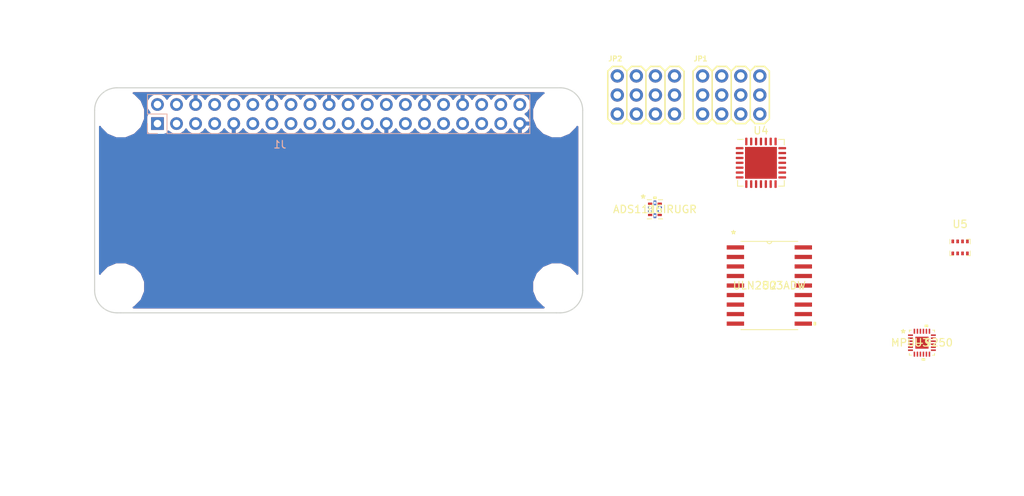
<source format=kicad_pcb>
(kicad_pcb (version 20211014) (generator pcbnew)
  (title_block (title "ArduPi") (date "2022-05-31") (rev "0.1") (comment 1 "This is based of OPAL reference design"))
  (layers (0 "F.Cu" signal) (31 "B.Cu" signal) (34 "B.Paste" user) (35 "F.Paste" user) (36 "B.SilkS" user "B.Silkscreen") (37 "F.SilkS" user "F.Silkscreen") (38 "B.Mask" user) (39 "F.Mask" user) (44 "Edge.Cuts" user))
  (net 0 "")
  (net 1 "+3V3")
  (net 2 "+5V")
  (net 3 "/GPIO2_SDA1")
  (net 4 "/GPIO3_SCL1")
  (net 5 "GND")
  (net 6 "/GPIO4_GPIO_GCLK")
  (net 7 "/GPIO14_TXD0")
  (net 8 "/GPIO15_RXD0")
  (net 9 "/GPIO17_GEN0")
  (net 10 "/GPIO18_GEN1")
  (net 11 "/GPIO27_GEN2")
  (net 12 "/GPIO22_GEN3")
  (net 13 "/GPIO23_GEN4")
  (net 14 "/GPIO24_GEN5")
  (net 15 "/GPIO10_SPI_MOSI")
  (net 16 "/GPIO9_SPI_MISO")
  (net 17 "/GPIO25_GEN6")
  (net 18 "/GPIO11_SPI_SCLK")
  (net 19 "/GPIO8_SPI_CE0_N")
  (net 20 "/GPIO7_SPI_CE1_N")
  (net 21 "/ID_SD")
  (net 22 "/ID_SC")
  (net 23 "/GPIO5")
  (net 24 "/GPIO6")
  (net 25 "/GPIO12")
  (net 26 "/GPIO13")
  (net 27 "/GPIO19")
  (net 28 "/GPIO16")
  (net 29 "/GPIO26")
  (net 30 "/GPIO20")
  (net 31 "/GPIO21")
  (net 50 "Net-(U3-Pad1)")
  (net 57 "Net-(U3-Pad18)")
  (footprint "lib:MountingHole_2.7mm_M2.5_uHAT_RPi" (layer "F.Cu") (at 121.032 94.568)
    (fp_text reference "H1" hide)
    (fp_text value "MountingHole" hide)
    (pad "" np_thru_hole circle locked (at 0 0) (size 2.7 2.7) (drill 2.7) (layers *.Cu *.Mask) (clearance 1.75))
  )
  (footprint "lib:MountingHole_2.7mm_M2.5_uHAT_RPi" (layer "F.Cu") (at 179.032 94.568)
    (fp_text reference "H2" hide)
    (fp_text value "MountingHole" hide)
    (pad "" np_thru_hole circle locked (at 0 0) (size 2.7 2.7) (drill 2.7) (layers *.Cu *.Mask) (clearance 1.75))
  )
  (footprint "lib:MountingHole_2.7mm_M2.5_uHAT_RPi" (layer "F.Cu") (at 179.032 117.568)
    (fp_text reference "H3" hide)
    (fp_text value "MountingHole" hide)
    (pad "" np_thru_hole circle locked (at 0 0) (size 2.7 2.7) (drill 2.7) (layers *.Cu *.Mask) (clearance 1.75))
  )
  (footprint "lib:MountingHole_2.7mm_M2.5_uHAT_RPi" (layer "F.Cu") (at 121.032 117.568)
    (fp_text reference "H4" hide)
    (fp_text value "MountingHole" hide)
    (pad "" np_thru_hole circle locked (at 0 0) (size 2.7 2.7) (drill 2.7) (layers *.Cu *.Mask) (clearance 1.75))
  )
  (footprint "mpu9250:mpu9250" (layer "F.Cu") (at 227.712 125.048)
    (fp_text reference "U3" (at 0 0) (layer "F.SilkS"))
    (fp_text value "MPU-9250" (at 0 0) (layer "F.SilkS"))
    (fp_text user "*" (at -2.4892 -1.2) (layer "F.SilkS"))
    (fp_text user "*" (at -2.4892 -1.2) (layer "F.SilkS"))
    (fp_line (start 1.6764 -1.6764) (end 1.434341 -1.6764) (layer "F.SilkS") (width 0.12))
    (fp_line (start 1.6764 1.6764) (end 1.6764 1.434341) (layer "F.SilkS") (width 0.12))
    (fp_line (start -1.6764 1.434341) (end -1.6764 1.6764) (layer "F.SilkS") (width 0.12))
    (fp_line (start -1.434341 -1.6764) (end -1.6764 -1.6764) (layer "F.SilkS") (width 0.12))
    (fp_line (start -1.6764 -1.6764) (end -1.6764 -1.434341) (layer "F.SilkS") (width 0.12))
    (fp_line (start -1.6764 1.6764) (end -1.434341 1.6764) (layer "F.SilkS") (width 0.12))
    (fp_line (start 1.434341 1.6764) (end 1.6764 1.6764) (layer "F.SilkS") (width 0.12))
    (fp_line (start 1.6764 -1.434341) (end 1.6764 -1.6764) (layer "F.SilkS") (width 0.12))
    (fp_poly (pts (xy 0.0095 2.1082) (xy 0.0095 2.3622) (xy 0.3905 2.3622) (xy 0.3905 2.1082)) (layer "F.SilkS") (width 0.1) (fill solid))
    (fp_poly (pts (xy 0.409499 -2.1082) (xy 0.409499 -2.3622) (xy 0.790499 -2.3622) (xy 0.790499 -2.1082)) (layer "F.SilkS") (width 0.1) (fill solid))
    (pad "1" smd rect locked (at -1.524 -1.000001 90) (size 0.2032 0.6604) (layers "F.Cu" "F.Paste" "F.Mask") (net 50 "Net-(U3-Pad1)"))
    (pad "2" smd rect locked (at -1.524 -0.599999 90) (size 0.2032 0.6604) (layers "F.Cu" "F.Paste" "F.Mask"))
    (pad "3" smd rect locked (at -1.524 -0.2 90) (size 0.2032 0.6604) (layers "F.Cu" "F.Paste" "F.Mask"))
    (pad "4" smd rect locked (at -1.524 0.2 90) (size 0.2032 0.6604) (layers "F.Cu" "F.Paste" "F.Mask"))
    (pad "5" smd rect locked (at -1.524 0.599999 90) (size 0.2032 0.6604) (layers "F.Cu" "F.Paste" "F.Mask"))
    (pad "6" smd rect locked (at -1.524 1.000001 90) (size 0.2032 0.6604) (layers "F.Cu" "F.Paste" "F.Mask"))
    (pad "7" smd rect locked (at -1.000001 1.524) (size 0.2032 0.6604) (layers "F.Cu" "F.Paste" "F.Mask"))
    (pad "8" smd rect locked (at -0.599999 1.524) (size 0.2032 0.6604) (layers "F.Cu" "F.Paste" "F.Mask") (net 50 "Net-(U3-Pad1)"))
    (pad "9" smd rect locked (at -0.2 1.524) (size 0.2032 0.6604) (layers "F.Cu" "F.Paste" "F.Mask"))
    (pad "10" smd rect locked (at 0.2 1.524) (size 0.2032 0.6604) (layers "F.Cu" "F.Paste" "F.Mask"))
    (pad "11" smd rect locked (at 0.599999 1.524) (size 0.2032 0.6604) (layers "F.Cu" "F.Paste" "F.Mask"))
    (pad "12" smd rect locked (at 1.000001 1.524) (size 0.2032 0.6604) (layers "F.Cu" "F.Paste" "F.Mask"))
    (pad "13" smd rect locked (at 1.524 1.000001 90) (size 0.2032 0.6604) (layers "F.Cu" "F.Paste" "F.Mask"))
    (pad "14" smd rect locked (at 1.524 0.599999 90) (size 0.2032 0.6604) (layers "F.Cu" "F.Paste" "F.Mask"))
    (pad "15" smd rect locked (at 1.524 0.2 90) (size 0.2032 0.6604) (layers "F.Cu" "F.Paste" "F.Mask"))
    (pad "16" smd rect locked (at 1.524 -0.2 90) (size 0.2032 0.6604) (layers "F.Cu" "F.Paste" "F.Mask"))
    (pad "17" smd rect locked (at 1.524 -0.599999 90) (size 0.2032 0.6604) (layers "F.Cu" "F.Paste" "F.Mask"))
    (pad "18" smd rect locked (at 1.524 -1.000001 90) (size 0.2032 0.6604) (layers "F.Cu" "F.Paste" "F.Mask") (net 57 "Net-(U3-Pad18)"))
    (pad "19" smd rect locked (at 1.000001 -1.524) (size 0.2032 0.6604) (layers "F.Cu" "F.Paste" "F.Mask"))
    (pad "20" smd rect locked (at 0.599999 -1.524) (size 0.2032 0.6604) (layers "F.Cu" "F.Paste" "F.Mask") (net 57 "Net-(U3-Pad18)"))
    (pad "21" smd rect locked (at 0.2 -1.524) (size 0.2032 0.6604) (layers "F.Cu" "F.Paste" "F.Mask"))
    (pad "22" smd rect locked (at -0.2 -1.524) (size 0.2032 0.6604) (layers "F.Cu" "F.Paste" "F.Mask"))
    (pad "23" smd rect locked (at -0.599999 -1.524) (size 0.2032 0.6604) (layers "F.Cu" "F.Paste" "F.Mask"))
    (pad "24" smd rect locked (at -1.000001 -1.524) (size 0.2032 0.6604) (layers "F.Cu" "F.Paste" "F.Mask"))
    (pad "25" smd rect locked (at 0 0) (size 1.7526 1.6002) (layers "F.Cu" "F.Paste" "F.Mask"))
  )
  (footprint "uln2803ADW:ULN2803ADW" (layer "F.Cu") (at 207.392 117.428)
    (fp_text reference "U2" (at 0 0) (layer "F.SilkS"))
    (fp_text value "ULN2803ADW" (at 0 0) (layer "F.SilkS"))
    (fp_text user "*" (at -4.7752 -6.7818) (layer "F.SilkS"))
    (fp_text user "*" (at -4.7752 -6.7818) (layer "F.SilkS"))
    (fp_line (start 3.7973 -5.8801) (end -3.7973 -5.8801) (layer "F.SilkS") (width 0.12))
    (fp_line (start -3.7973 5.8801) (end 3.7973 5.8801) (layer "F.SilkS") (width 0.12))
    (fp_arc (start 0.3048 -5.8801) (mid 0 -5.5753) (end -0.3048 -5.8801) (layer "F.SilkS") (width 0.12))
    (fp_poly (pts (xy 6.1849 4.8895) (xy 6.1849 5.2705) (xy 5.9309 5.2705) (xy 5.9309 4.8895)) (layer "F.SilkS") (width 0.1) (fill solid))
    (pad "1" smd rect locked (at -4.5212 -5.08) (size 2.3114 0.5588) (layers "F.Cu" "F.Paste" "F.Mask"))
    (pad "2" smd rect locked (at -4.5212 -3.81) (size 2.3114 0.5588) (layers "F.Cu" "F.Paste" "F.Mask"))
    (pad "3" smd rect locked (at -4.5212 -2.54) (size 2.3114 0.5588) (layers "F.Cu" "F.Paste" "F.Mask"))
    (pad "4" smd rect locked (at -4.5212 -1.27) (size 2.3114 0.5588) (layers "F.Cu" "F.Paste" "F.Mask"))
    (pad "5" smd rect locked (at -4.5212 0) (size 2.3114 0.5588) (layers "F.Cu" "F.Paste" "F.Mask"))
    (pad "6" smd rect locked (at -4.5212 1.27) (size 2.3114 0.5588) (layers "F.Cu" "F.Paste" "F.Mask"))
    (pad "7" smd rect locked (at -4.5212 2.54) (size 2.3114 0.5588) (layers "F.Cu" "F.Paste" "F.Mask"))
    (pad "8" smd rect locked (at -4.5212 3.81) (size 2.3114 0.5588) (layers "F.Cu" "F.Paste" "F.Mask"))
    (pad "9" smd rect locked (at -4.5212 5.08) (size 2.3114 0.5588) (layers "F.Cu" "F.Paste" "F.Mask"))
    (pad "10" smd rect locked (at 4.5212 5.08) (size 2.3114 0.5588) (layers "F.Cu" "F.Paste" "F.Mask"))
    (pad "11" smd rect locked (at 4.5212 3.81) (size 2.3114 0.5588) (layers "F.Cu" "F.Paste" "F.Mask"))
    (pad "12" smd rect locked (at 4.5212 2.54) (size 2.3114 0.5588) (layers "F.Cu" "F.Paste" "F.Mask"))
    (pad "13" smd rect locked (at 4.5212 1.27) (size 2.3114 0.5588) (layers "F.Cu" "F.Paste" "F.Mask"))
    (pad "14" smd rect locked (at 4.5212 0) (size 2.3114 0.5588) (layers "F.Cu" "F.Paste" "F.Mask"))
    (pad "15" smd rect locked (at 4.5212 -1.27) (size 2.3114 0.5588) (layers "F.Cu" "F.Paste" "F.Mask"))
    (pad "16" smd rect locked (at 4.5212 -2.54) (size 2.3114 0.5588) (layers "F.Cu" "F.Paste" "F.Mask"))
    (pad "17" smd rect locked (at 4.5212 -3.81) (size 2.3114 0.5588) (layers "F.Cu" "F.Paste" "F.Mask"))
    (pad "18" smd rect locked (at 4.5212 -5.08) (size 2.3114 0.5588) (layers "F.Cu" "F.Paste" "F.Mask"))
  )
  (footprint "Adafruit PCA9685 rev C:3X04" (layer "F.Cu") (at 190.952 92.028)
    (fp_text reference "JP2" (at -5.08 -4.445) (layer "F.SilkS") (effects (font (size 0.666496 0.666496) (thickness 0.146304)) (justify left bottom)))
    (fp_text value "HEADER-3X04")
    (fp_line (start 0 3.175) (end 0.635 3.81) (layer "F.SilkS") (width 0.2032))
    (fp_line (start -5.08 3.175) (end -5.08 -3.175) (layer "F.SilkS") (width 0.2032))
    (fp_line (start 0 -3.175) (end 0.635 -3.81) (layer "F.SilkS") (width 0.2032))
    (fp_line (start -1.905 -3.81) (end -0.635 -3.81) (layer "F.SilkS") (width 0.2032))
    (fp_line (start -3.175 -3.81) (end -2.54 -3.175) (layer "F.SilkS") (width 0.2032))
    (fp_line (start 0 -3.175) (end 0 3.175) (layer "F.SilkS") (width 0.2032))
    (fp_line (start -4.445 -3.81) (end -3.175 -3.81) (layer "F.SilkS") (width 0.2032))
    (fp_line (start -2.54 -3.175) (end -2.54 3.175) (layer "F.SilkS") (width 0.2032))
    (fp_line (start -4.445 3.81) (end -3.175 3.81) (layer "F.SilkS") (width 0.2032))
    (fp_line (start -0.635 3.81) (end 0 3.175) (layer "F.SilkS") (width 0.2032))
    (fp_line (start 2.54 3.175) (end 3.175 3.81) (layer "F.SilkS") (width 0.2032))
    (fp_line (start 0.635 -3.81) (end 1.905 -3.81) (layer "F.SilkS") (width 0.2032))
    (fp_line (start -2.54 -3.175) (end -1.905 -3.81) (layer "F.SilkS") (width 0.2032))
    (fp_line (start -0.635 -3.81) (end 0 -3.175) (layer "F.SilkS") (width 0.2032))
    (fp_line (start 1.905 -3.81) (end 2.54 -3.175) (layer "F.SilkS") (width 0.2032))
    (fp_line (start 5.08 -3.175) (end 5.08 3.175) (layer "F.SilkS") (width 0.2032))
    (fp_line (start 1.905 3.81) (end 2.54 3.175) (layer "F.SilkS") (width 0.2032))
    (fp_line (start -3.175 3.81) (end -2.54 3.175) (layer "F.SilkS") (width 0.2032))
    (fp_line (start 4.445 3.81) (end 5.08 3.175) (layer "F.SilkS") (width 0.2032))
    (fp_line (start 3.175 3.81) (end 4.445 3.81) (layer "F.SilkS") (width 0.2032))
    (fp_line (start 3.175 -3.81) (end 4.445 -3.81) (layer "F.SilkS") (width 0.2032))
    (fp_line (start -5.08 3.175) (end -4.445 3.81) (layer "F.SilkS") (width 0.2032))
    (fp_line (start 2.54 -3.175) (end 2.54 3.175) (layer "F.SilkS") (width 0.2032))
    (fp_line (start 4.445 -3.81) (end 5.08 -3.175) (layer "F.SilkS") (width 0.2032))
    (fp_line (start 0.635 3.81) (end 1.905 3.81) (layer "F.SilkS") (width 0.2032))
    (fp_line (start -1.905 3.81) (end -0.635 3.81) (layer "F.SilkS") (width 0.2032))
    (fp_line (start -2.54 3.175) (end -1.905 3.81) (layer "F.SilkS") (width 0.2032))
    (fp_line (start 2.54 -3.175) (end 3.175 -3.81) (layer "F.SilkS") (width 0.2032))
    (fp_line (start -5.08 -3.175) (end -4.445 -3.81) (layer "F.SilkS") (width 0.2032))
    (pad "1" thru_hole circle (at -3.81 2.54) (size 1.778 1.778) (drill 1) (layers *.Cu *.Mask))
    (pad "2" thru_hole circle (at -3.81 0) (size 1.778 1.778) (drill 1) (layers *.Cu *.Mask))
    (pad "3" thru_hole circle (at -3.81 -2.54) (size 1.778 1.778) (drill 1) (layers *.Cu *.Mask))
    (pad "4" thru_hole circle (at -1.27 2.54) (size 1.778 1.778) (drill 1) (layers *.Cu *.Mask))
    (pad "5" thru_hole circle (at -1.27 0) (size 1.778 1.778) (drill 1) (layers *.Cu *.Mask))
    (pad "6" thru_hole circle (at -1.27 -2.54) (size 1.778 1.778) (drill 1) (layers *.Cu *.Mask))
    (pad "7" thru_hole circle (at 1.27 2.54) (size 1.778 1.778) (drill 1) (layers *.Cu *.Mask))
    (pad "8" thru_hole circle (at 1.27 0) (size 1.778 1.778) (drill 1) (layers *.Cu *.Mask))
    (pad "9" thru_hole circle (at 1.27 -2.54) (size 1.778 1.778) (drill 1) (layers *.Cu *.Mask))
    (pad "10" thru_hole circle (at 3.81 2.54) (size 1.778 1.778) (drill 1) (layers *.Cu *.Mask))
    (pad "11" thru_hole circle (at 3.81 0) (size 1.778 1.778) (drill 1) (layers *.Cu *.Mask))
    (pad "12" thru_hole circle (at 3.81 -2.54) (size 1.778 1.778) (drill 1) (layers *.Cu *.Mask))
  )
  (footprint "Package_LGA:Bosch_LGA-8_2x2.5mm_P0.65mm_ClockwisePinNumbering" (layer "F.Cu") (at 232.792 112.348)
    (fp_text reference "U5" (at 0 -3.1) (layer "F.SilkS"))
    (fp_text value "BMP280")
    (fp_line (start -1.35 -0.46) (end -1.35 -1.1) (layer "F.SilkS") (width 0.1))
    (fp_line (start -1.35 1.1) (end -1.35 0.46) (layer "F.SilkS") (width 0.1))
    (fp_line (start 1.35 -0.46) (end 1.35 -1.1) (layer "F.SilkS") (width 0.1))
    (fp_line (start 0.87 -1.1) (end 1.35 -1.1) (layer "F.SilkS") (width 0.1))
    (fp_line (start -1.35 1.1) (end -0.87 1.1) (layer "F.SilkS") (width 0.1))
    (fp_line (start 1.35 1.1) (end 1.35 0.46) (layer "F.SilkS") (width 0.1))
    (fp_line (start 0.87 1.1) (end 1.35 1.1) (layer "F.SilkS") (width 0.1))
    (pad "1" smd rect (at -0.975 -0.8 90) (size 0.5 0.35) (layers "F.Cu" "F.Paste" "F.Mask"))
    (pad "2" smd rect (at -0.325 -0.8 90) (size 0.5 0.35) (layers "F.Cu" "F.Paste" "F.Mask"))
    (pad "3" smd rect (at 0.325 -0.8 90) (size 0.5 0.35) (layers "F.Cu" "F.Paste" "F.Mask"))
    (pad "4" smd rect (at 0.975 -0.8 90) (size 0.5 0.35) (layers "F.Cu" "F.Paste" "F.Mask"))
    (pad "5" smd rect (at 0.975 0.8 90) (size 0.5 0.35) (layers "F.Cu" "F.Paste" "F.Mask"))
    (pad "6" smd rect (at 0.325 0.8 90) (size 0.5 0.35) (layers "F.Cu" "F.Paste" "F.Mask"))
    (pad "7" smd rect (at -0.325 0.8 90) (size 0.5 0.35) (layers "F.Cu" "F.Paste" "F.Mask"))
    (pad "8" smd rect (at -0.975 0.8 90) (size 0.5 0.35) (layers "F.Cu" "F.Paste" "F.Mask"))
  )
  (footprint "Adafruit PCA9685 rev C:3X04" (layer "F.Cu") (at 202.312 92.028)
    (fp_text reference "JP1" (at -5.08 -4.445) (layer "F.SilkS") (effects (font (size 0.666496 0.666496) (thickness 0.146304)) (justify left bottom)))
    (fp_text value "HEADER-3X04")
    (fp_line (start -0.635 3.81) (end 0 3.175) (layer "F.SilkS") (width 0.2032))
    (fp_line (start -0.635 -3.81) (end 0 -3.175) (layer "F.SilkS") (width 0.2032))
    (fp_line (start -5.08 3.175) (end -4.445 3.81) (layer "F.SilkS") (width 0.2032))
    (fp_line (start 2.54 3.175) (end 3.175 3.81) (layer "F.SilkS") (width 0.2032))
    (fp_line (start 4.445 -3.81) (end 5.08 -3.175) (layer "F.SilkS") (width 0.2032))
    (fp_line (start -1.905 3.81) (end -0.635 3.81) (layer "F.SilkS") (width 0.2032))
    (fp_line (start 0.635 3.81) (end 1.905 3.81) (layer "F.SilkS") (width 0.2032))
    (fp_line (start -5.08 3.175) (end -5.08 -3.175) (layer "F.SilkS") (width 0.2032))
    (fp_line (start 0 3.175) (end 0.635 3.81) (layer "F.SilkS") (width 0.2032))
    (fp_line (start -4.445 3.81) (end -3.175 3.81) (layer "F.SilkS") (width 0.2032))
    (fp_line (start 2.54 -3.175) (end 3.175 -3.81) (layer "F.SilkS") (width 0.2032))
    (fp_line (start 4.445 3.81) (end 5.08 3.175) (layer "F.SilkS") (width 0.2032))
    (fp_line (start -2.54 -3.175) (end -1.905 -3.81) (layer "F.SilkS") (width 0.2032))
    (fp_line (start -5.08 -3.175) (end -4.445 -3.81) (layer "F.SilkS") (width 0.2032))
    (fp_line (start -3.175 3.81) (end -2.54 3.175) (layer "F.SilkS") (width 0.2032))
    (fp_line (start -3.175 -3.81) (end -2.54 -3.175) (layer "F.SilkS") (width 0.2032))
    (fp_line (start 0.635 -3.81) (end 1.905 -3.81) (layer "F.SilkS") (width 0.2032))
    (fp_line (start 5.08 -3.175) (end 5.08 3.175) (layer "F.SilkS") (width 0.2032))
    (fp_line (start -4.445 -3.81) (end -3.175 -3.81) (layer "F.SilkS") (width 0.2032))
    (fp_line (start 3.175 3.81) (end 4.445 3.81) (layer "F.SilkS") (width 0.2032))
    (fp_line (start 0 -3.175) (end 0 3.175) (layer "F.SilkS") (width 0.2032))
    (fp_line (start 1.905 -3.81) (end 2.54 -3.175) (layer "F.SilkS") (width 0.2032))
    (fp_line (start -2.54 -3.175) (end -2.54 3.175) (layer "F.SilkS") (width 0.2032))
    (fp_line (start 2.54 -3.175) (end 2.54 3.175) (layer "F.SilkS") (width 0.2032))
    (fp_line (start 3.175 -3.81) (end 4.445 -3.81) (layer "F.SilkS") (width 0.2032))
    (fp_line (start 0 -3.175) (end 0.635 -3.81) (layer "F.SilkS") (width 0.2032))
    (fp_line (start 1.905 3.81) (end 2.54 3.175) (layer "F.SilkS") (width 0.2032))
    (fp_line (start -1.905 -3.81) (end -0.635 -3.81) (layer "F.SilkS") (width 0.2032))
    (fp_line (start -2.54 3.175) (end -1.905 3.81) (layer "F.SilkS") (width 0.2032))
    (pad "1" thru_hole circle (at -3.81 2.54) (size 1.778 1.778) (drill 1) (layers *.Cu *.Mask))
    (pad "2" thru_hole circle (at -3.81 0) (size 1.778 1.778) (drill 1) (layers *.Cu *.Mask))
    (pad "3" thru_hole circle (at -3.81 -2.54) (size 1.778 1.778) (drill 1) (layers *.Cu *.Mask))
    (pad "4" thru_hole circle (at -1.27 2.54) (size 1.778 1.778) (drill 1) (layers *.Cu *.Mask))
    (pad "5" thru_hole circle (at -1.27 0) (size 1.778 1.778) (drill 1) (layers *.Cu *.Mask))
    (pad "6" thru_hole circle (at -1.27 -2.54) (size 1.778 1.778) (drill 1) (layers *.Cu *.Mask))
    (pad "7" thru_hole circle (at 1.27 2.54) (size 1.778 1.778) (drill 1) (layers *.Cu *.Mask))
    (pad "8" thru_hole circle (at 1.27 0) (size 1.778 1.778) (drill 1) (layers *.Cu *.Mask))
    (pad "9" thru_hole circle (at 1.27 -2.54) (size 1.778 1.778) (drill 1) (layers *.Cu *.Mask))
    (pad "10" thru_hole circle (at 3.81 2.54) (size 1.778 1.778) (drill 1) (layers *.Cu *.Mask))
    (pad "11" thru_hole circle (at 3.81 0) (size 1.778 1.778) (drill 1) (layers *.Cu *.Mask))
    (pad "12" thru_hole circle (at 3.81 -2.54) (size 1.778 1.778) (drill 1) (layers *.Cu *.Mask))
  )
  (footprint "Package_DFN_QFN:QFN-28-1EP_6x6mm_P0.65mm_EP4.25x4.25mm" (layer "F.Cu") (at 206.272 101.068)
    (fp_text reference "U4" (at 0 -4.3) (layer "F.SilkS"))
    (fp_text value "PCA9685BS")
    (fp_line (start -2.36 3.11) (end -3.11 3.11) (layer "F.SilkS") (width 0.12))
    (fp_line (start 2.36 -3.11) (end 3.11 -3.11) (layer "F.SilkS") (width 0.12))
    (fp_line (start -2.36 -3.11) (end -3.11 -3.11) (layer "F.SilkS") (width 0.12))
    (fp_line (start -3.11 3.11) (end -3.11 2.36) (layer "F.SilkS") (width 0.12))
    (fp_line (start 3.11 3.11) (end 3.11 2.36) (layer "F.SilkS") (width 0.12))
    (fp_line (start 2.36 3.11) (end 3.11 3.11) (layer "F.SilkS") (width 0.12))
    (fp_line (start 3.11 -3.11) (end 3.11 -2.36) (layer "F.SilkS") (width 0.12))
    (pad "1" smd roundrect (at -2.8375 -1.95) (size 1.025 0.3) (layers "F.Cu" "F.Paste" "F.Mask"))
    (pad "2" smd roundrect (at -2.8375 -1.3) (size 1.025 0.3) (layers "F.Cu" "F.Paste" "F.Mask"))
    (pad "3" smd roundrect (at -2.8375 -0.65) (size 1.025 0.3) (layers "F.Cu" "F.Paste" "F.Mask"))
    (pad "4" smd roundrect (at -2.8375 0) (size 1.025 0.3) (layers "F.Cu" "F.Paste" "F.Mask"))
    (pad "5" smd roundrect (at -2.8375 0.65) (size 1.025 0.3) (layers "F.Cu" "F.Paste" "F.Mask"))
    (pad "6" smd roundrect (at -2.8375 1.3) (size 1.025 0.3) (layers "F.Cu" "F.Paste" "F.Mask"))
    (pad "7" smd roundrect (at -2.8375 1.95) (size 1.025 0.3) (layers "F.Cu" "F.Paste" "F.Mask"))
    (pad "8" smd roundrect (at -1.95 2.8375) (size 0.3 1.025) (layers "F.Cu" "F.Paste" "F.Mask"))
    (pad "9" smd roundrect (at -1.3 2.8375) (size 0.3 1.025) (layers "F.Cu" "F.Paste" "F.Mask"))
    (pad "10" smd roundrect (at -0.65 2.8375) (size 0.3 1.025) (layers "F.Cu" "F.Paste" "F.Mask"))
    (pad "11" smd roundrect (at 0 2.8375) (size 0.3 1.025) (layers "F.Cu" "F.Paste" "F.Mask"))
    (pad "12" smd roundrect (at 0.65 2.8375) (size 0.3 1.025) (layers "F.Cu" "F.Paste" "F.Mask"))
    (pad "13" smd roundrect (at 1.3 2.8375) (size 0.3 1.025) (layers "F.Cu" "F.Paste" "F.Mask"))
    (pad "14" smd roundrect (at 1.95 2.8375) (size 0.3 1.025) (layers "F.Cu" "F.Paste" "F.Mask"))
    (pad "15" smd roundrect (at 2.8375 1.95) (size 1.025 0.3) (layers "F.Cu" "F.Paste" "F.Mask"))
    (pad "16" smd roundrect (at 2.8375 1.3) (size 1.025 0.3) (layers "F.Cu" "F.Paste" "F.Mask"))
    (pad "17" smd roundrect (at 2.8375 0.65) (size 1.025 0.3) (layers "F.Cu" "F.Paste" "F.Mask"))
    (pad "18" smd roundrect (at 2.8375 0) (size 1.025 0.3) (layers "F.Cu" "F.Paste" "F.Mask"))
    (pad "19" smd roundrect (at 2.8375 -0.65) (size 1.025 0.3) (layers "F.Cu" "F.Paste" "F.Mask"))
    (pad "20" smd roundrect (at 2.8375 -1.3) (size 1.025 0.3) (layers "F.Cu" "F.Paste" "F.Mask"))
    (pad "21" smd roundrect (at 2.8375 -1.95) (size 1.025 0.3) (layers "F.Cu" "F.Paste" "F.Mask"))
    (pad "22" smd roundrect (at 1.95 -2.8375) (size 0.3 1.025) (layers "F.Cu" "F.Paste" "F.Mask"))
    (pad "23" smd roundrect (at 1.3 -2.8375) (size 0.3 1.025) (layers "F.Cu" "F.Paste" "F.Mask"))
    (pad "24" smd roundrect (at 0.65 -2.8375) (size 0.3 1.025) (layers "F.Cu" "F.Paste" "F.Mask"))
    (pad "25" smd roundrect (at 0 -2.8375) (size 0.3 1.025) (layers "F.Cu" "F.Paste" "F.Mask"))
    (pad "26" smd roundrect (at -0.65 -2.8375) (size 0.3 1.025) (layers "F.Cu" "F.Paste" "F.Mask"))
    (pad "27" smd roundrect (at -1.3 -2.8375) (size 0.3 1.025) (layers "F.Cu" "F.Paste" "F.Mask"))
    (pad "28" smd roundrect (at -1.95 -2.8375) (size 0.3 1.025) (layers "F.Cu" "F.Paste" "F.Mask"))
    (pad "29" smd rect (at 0 0) (size 4.25 4.25) (layers "F.Cu" "F.Mask"))
  )
  (footprint "ADS1115IRUGR:ADS1115IRUGR" (layer "F.Cu") (at 192.152 107.268)
    (fp_text reference "U6" (at 0 0) (layer "F.SilkS"))
    (fp_text value "ADS1115IRUGR" (at 0 0) (layer "F.SilkS"))
    (fp_text user "*" (at -1.56 -1.381) (layer "F.SilkS"))
    (fp_text user "*" (at -1.56 -1.381) (layer "F.SilkS"))
    (fp_line (start -1.029 1.279) (end -0.45947 1.279) (layer "F.SilkS") (width 0.12))
    (fp_line (start 1.029 -1.279) (end 0.45947 -1.279) (layer "F.SilkS") (width 0.12))
    (fp_line (start -0.45947 -1.279) (end -1.029 -1.279) (layer "F.SilkS") (width 0.12))
    (fp_line (start 0.45947 1.279) (end 1.029 1.279) (layer "F.SilkS") (width 0.12))
    (fp_poly (pts (xy -0.1905 -1.404) (xy -0.1905 -1.658) (xy 0.1905 -1.658) (xy 0.1905 -1.404)) (layer "F.SilkS") (width 0.1) (fill solid))
    (pad "" np_thru_hole rect locked (at -0.635 0.25 90) (size 0.249936 0.579882) (drill 0.254) (layers *.Cu *.Mask))
    (pad "" np_thru_hole rect locked (at 0.635 0.25 90) (size 0.249936 0.579882) (drill 0.254) (layers *.Cu *.Mask))
    (pad "" np_thru_hole rect locked (at 0.635 -0.25 90) (size 0.249936 0.579882) (drill 0.254) (layers *.Cu *.Mask))
    (pad "" np_thru_hole rect locked (at -0.635 -0.25 90) (size 0.249936 0.579882) (drill 0.254) (layers *.Cu *.Mask))
    (pad "1" smd rect locked (at -0.635 -0.750001 90) (size 0.3 0.58) (layers "F.Cu" "F.Mask"))
    (pad "4" smd rect locked (at -0.635 0.750001 90) (size 0.3 0.58) (layers "F.Cu" "F.Mask"))
    (pad "5" thru_hole rect locked (at 0 0.860001) (size 0.35 0.63) (drill 0.254) (layers *.Cu *.Mask))
    (pad "6" smd rect locked (at 0.635 0.750001 90) (size 0.3 0.58) (layers "F.Cu" "F.Mask"))
    (pad "9" smd rect locked (at 0.635 -0.750001 90) (size 0.3 0.58) (layers "F.Cu" "F.Mask"))
    (pad "10" thru_hole rect locked (at 0 -0.860001) (size 0.35 0.63) (drill 0.254) (layers *.Cu *.Mask))
  )
  (footprint "lib:PinSocket_2x20_P2.54mm_Vertical_Centered_Anchor" (layer "B.Cu") (at 125.902 95.838 -90)
    (fp_text reference "J1" (at 2.8 -16.3) (layer "B.SilkS") (effects (justify mirror)))
    (fp_text value "GPIO_CONNECTOR")
    (fp_line (start 0 1.33) (end 1.33 1.33) (layer "B.SilkS") (width 0.12))
    (fp_line (start -3.87 -49.59) (end 1.33 -49.59) (layer "B.SilkS") (width 0.12))
    (fp_line (start -3.87 1.33) (end -1.27 1.33) (layer "B.SilkS") (width 0.12))
    (fp_line (start 1.33 1.33) (end 1.33 0) (layer "B.SilkS") (width 0.12))
    (fp_line (start -3.87 1.33) (end -3.87 -49.59) (layer "B.SilkS") (width 0.12))
    (fp_line (start -1.27 -1.27) (end 1.33 -1.27) (layer "B.SilkS") (width 0.12))
    (fp_line (start -1.27 1.33) (end -1.27 -1.27) (layer "B.SilkS") (width 0.12))
    (fp_line (start 1.33 -1.27) (end 1.33 -49.59) (layer "B.SilkS") (width 0.12))
    (pad "1" thru_hole rect locked (at 0 0 270) (size 1.7 1.7) (drill 1) (layers *.Cu *.Mask) (net 1 "+3V3"))
    (pad "2" thru_hole oval locked (at -2.54 0 270) (size 1.7 1.7) (drill 1) (layers *.Cu *.Mask) (net 2 "+5V"))
    (pad "3" thru_hole oval locked (at 0 -2.54 270) (size 1.7 1.7) (drill 1) (layers *.Cu *.Mask) (net 3 "/GPIO2_SDA1"))
    (pad "4" thru_hole oval locked (at -2.54 -2.54 270) (size 1.7 1.7) (drill 1) (layers *.Cu *.Mask) (net 2 "+5V"))
    (pad "5" thru_hole oval locked (at 0 -5.08 270) (size 1.7 1.7) (drill 1) (layers *.Cu *.Mask) (net 4 "/GPIO3_SCL1"))
    (pad "6" thru_hole oval locked (at -2.54 -5.08 270) (size 1.7 1.7) (drill 1) (layers *.Cu *.Mask) (net 5 "GND"))
    (pad "7" thru_hole oval locked (at 0 -7.62 270) (size 1.7 1.7) (drill 1) (layers *.Cu *.Mask) (net 6 "/GPIO4_GPIO_GCLK"))
    (pad "8" thru_hole oval locked (at -2.54 -7.62 270) (size 1.7 1.7) (drill 1) (layers *.Cu *.Mask) (net 7 "/GPIO14_TXD0"))
    (pad "9" thru_hole oval locked (at 0 -10.16 270) (size 1.7 1.7) (drill 1) (layers *.Cu *.Mask) (net 5 "GND"))
    (pad "10" thru_hole oval locked (at -2.54 -10.16 270) (size 1.7 1.7) (drill 1) (layers *.Cu *.Mask) (net 8 "/GPIO15_RXD0"))
    (pad "11" thru_hole oval locked (at 0 -12.7 270) (size 1.7 1.7) (drill 1) (layers *.Cu *.Mask) (net 9 "/GPIO17_GEN0"))
    (pad "12" thru_hole oval locked (at -2.54 -12.7 270) (size 1.7 1.7) (drill 1) (layers *.Cu *.Mask) (net 10 "/GPIO18_GEN1"))
    (pad "13" thru_hole oval locked (at 0 -15.24 270) (size 1.7 1.7) (drill 1) (layers *.Cu *.Mask) (net 11 "/GPIO27_GEN2"))
    (pad "14" thru_hole oval locked (at -2.54 -15.24 270) (size 1.7 1.7) (drill 1) (layers *.Cu *.Mask) (net 5 "GND"))
    (pad "15" thru_hole oval locked (at 0 -17.78 270) (size 1.7 1.7) (drill 1) (layers *.Cu *.Mask) (net 12 "/GPIO22_GEN3"))
    (pad "16" thru_hole oval locked (at -2.54 -17.78 270) (size 1.7 1.7) (drill 1) (layers *.Cu *.Mask) (net 13 "/GPIO23_GEN4"))
    (pad "17" thru_hole oval locked (at 0 -20.32 270) (size 1.7 1.7) (drill 1) (layers *.Cu *.Mask) (net 1 "+3V3"))
    (pad "18" thru_hole oval locked (at -2.54 -20.32 270) (size 1.7 1.7) (drill 1) (layers *.Cu *.Mask) (net 14 "/GPIO24_GEN5"))
    (pad "19" thru_hole oval locked (at 0 -22.86 270) (size 1.7 1.7) (drill 1) (layers *.Cu *.Mask) (net 15 "/GPIO10_SPI_MOSI"))
    (pad "20" thru_hole oval locked (at -2.54 -22.86 270) (size 1.7 1.7) (drill 1) (layers *.Cu *.Mask) (net 5 "GND"))
    (pad "21" thru_hole oval locked (at 0 -25.4 270) (size 1.7 1.7) (drill 1) (layers *.Cu *.Mask) (net 16 "/GPIO9_SPI_MISO"))
    (pad "22" thru_hole oval locked (at -2.54 -25.4 270) (size 1.7 1.7) (drill 1) (layers *.Cu *.Mask) (net 17 "/GPIO25_GEN6"))
    (pad "23" thru_hole oval locked (at 0 -27.94 270) (size 1.7 1.7) (drill 1) (layers *.Cu *.Mask) (net 18 "/GPIO11_SPI_SCLK"))
    (pad "24" thru_hole oval locked (at -2.54 -27.94 270) (size 1.7 1.7) (drill 1) (layers *.Cu *.Mask) (net 19 "/GPIO8_SPI_CE0_N"))
    (pad "25" thru_hole oval locked (at 0 -30.48 270) (size 1.7 1.7) (drill 1) (layers *.Cu *.Mask) (net 5 "GND"))
    (pad "26" thru_hole oval locked (at -2.54 -30.48 270) (size 1.7 1.7) (drill 1) (layers *.Cu *.Mask) (net 20 "/GPIO7_SPI_CE1_N"))
    (pad "27" thru_hole oval locked (at 0 -33.02 270) (size 1.7 1.7) (drill 1) (layers *.Cu *.Mask) (net 21 "/ID_SD"))
    (pad "28" thru_hole oval locked (at -2.54 -33.02 270) (size 1.7 1.7) (drill 1) (layers *.Cu *.Mask) (net 22 "/ID_SC"))
    (pad "29" thru_hole oval locked (at 0 -35.56 270) (size 1.7 1.7) (drill 1) (layers *.Cu *.Mask) (net 23 "/GPIO5"))
    (pad "30" thru_hole oval locked (at -2.54 -35.56 270) (size 1.7 1.7) (drill 1) (layers *.Cu *.Mask) (net 5 "GND"))
    (pad "31" thru_hole oval locked (at 0 -38.1 270) (size 1.7 1.7) (drill 1) (layers *.Cu *.Mask) (net 24 "/GPIO6"))
    (pad "32" thru_hole oval locked (at -2.54 -38.1 270) (size 1.7 1.7) (drill 1) (layers *.Cu *.Mask) (net 25 "/GPIO12"))
    (pad "33" thru_hole oval locked (at 0 -40.64 270) (size 1.7 1.7) (drill 1) (layers *.Cu *.Mask) (net 26 "/GPIO13"))
    (pad "34" thru_hole oval locked (at -2.54 -40.64 270) (size 1.7 1.7) (drill 1) (layers *.Cu *.Mask) (net 5 "GND"))
    (pad "35" thru_hole oval locked (at 0 -43.18 270) (size 1.7 1.7) (drill 1) (layers *.Cu *.Mask) (net 27 "/GPIO19"))
    (pad "36" thru_hole oval locked (at -2.54 -43.18 270) (size 1.7 1.7) (drill 1) (layers *.Cu *.Mask) (net 28 "/GPIO16"))
    (pad "37" thru_hole oval locked (at 0 -45.72 270) (size 1.7 1.7) (drill 1) (layers *.Cu *.Mask) (net 29 "/GPIO26"))
    (pad "38" thru_hole oval locked (at -2.54 -45.72 270) (size 1.7 1.7) (drill 1) (layers *.Cu *.Mask) (net 30 "/GPIO20"))
    (pad "39" thru_hole oval locked (at 0 -48.26 270) (size 1.7 1.7) (drill 1) (layers *.Cu *.Mask) (net 5 "GND"))
    (pad "40" thru_hole oval locked (at -2.54 -48.26 270) (size 1.7 1.7) (drill 1) (layers *.Cu *.Mask) (net 31 "/GPIO21"))
  )
  (gr_line (start 121.032 121.068) (end 179.032 121.068) (layer "Edge.Cuts") (width 0.15))
  (gr_arc (start 179.532 91.068) (mid 181.65332 91.94668) (end 182.532 94.068) (layer "Edge.Cuts") (width 0.15))
  (gr_arc (start 182.532 118.068) (mid 181.65332 120.18932) (end 179.532 121.068) (layer "Edge.Cuts") (width 0.15))
  (gr_arc (start 120.532 121.068) (mid 118.41068 120.18932) (end 117.532 118.068) (layer "Edge.Cuts") (width 0.15))
  (gr_arc (start 117.532 94.068) (mid 118.41068 91.94668) (end 120.532 91.068) (layer "Edge.Cuts") (width 0.15))
  (gr_line (start 117.532 118.068) (end 117.532 94.068) (layer "Edge.Cuts") (width 0.15))
  (gr_line (start 120.532 91.068) (end 179.532 91.068) (layer "Edge.Cuts") (width 0.15))
  (gr_line (start 182.532 94.068) (end 182.532 118.068) (layer "Edge.Cuts") (width 0.15))
  (gr_line (start 179.032 121.068) (end 179.532 121.068) (layer "Edge.Cuts") (width 0.15))
  (gr_line (start 121.032 121.068) (end 120.532 121.068) (layer "Edge.Cuts") (width 0.15))
  (zone (net 5) (net_name "GND") (layer "F.Cu") (connect_pads (clearance 0.508)) (min_thickness 0.254) (fill yes (thermal_gap 0.508) (thermal_bridge_width 0.508))
    (polygon (pts (xy 115.952 89.488) (xy 115.952 122) (xy 183.516 122) (xy 183.516 89.488)))
  )
  (zone (net 5) (net_name "GND") (layer "B.Cu") (connect_pads (clearance 0.508)) (min_thickness 0.254) (fill yes (thermal_gap 0.508) (thermal_bridge_width 0.508))
    (polygon (pts (xy 115.952 89.488) (xy 115.952 122) (xy 183.516 122) (xy 183.516 89.488)))
  )
)
</source>
